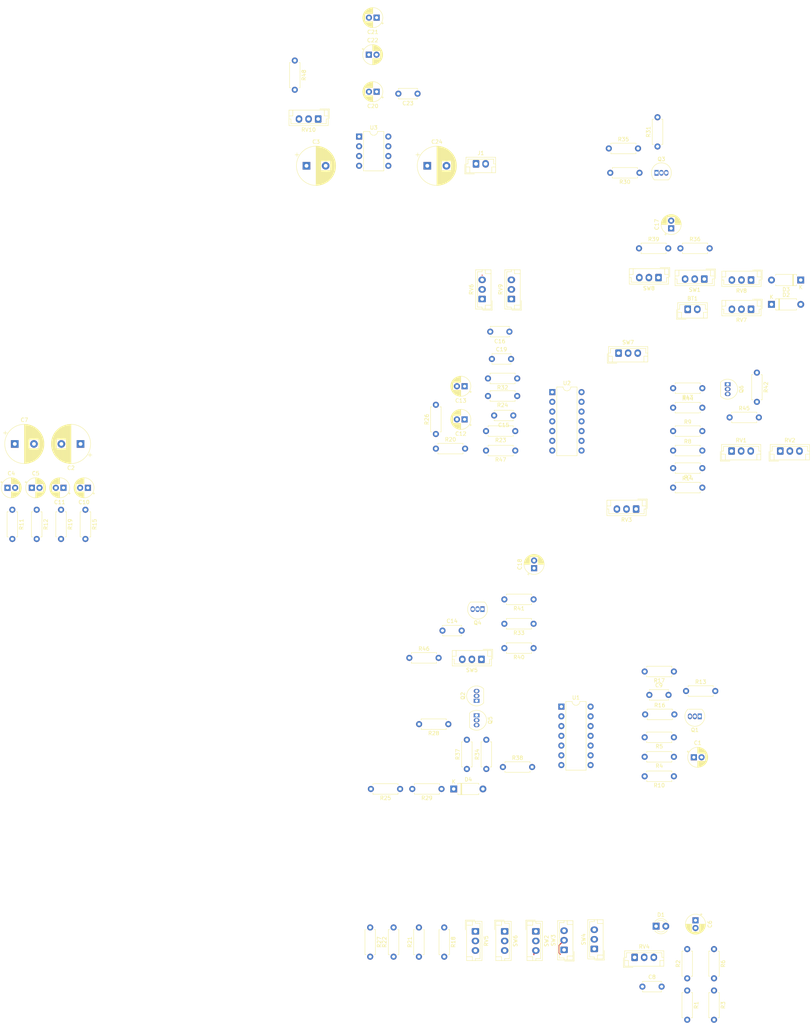
<source format=kicad_pcb>
(kicad_pcb (version 20171130) (host pcbnew "(5.1.10)-1")
  (layers (0 F.Cu signal) (31 B.Cu signal) (34 B.Paste user) (35 F.Paste user) (36 B.SilkS user) (37 F.SilkS user) (38 B.Mask user) (39 F.Mask user) (44 Edge.Cuts user))
  (net 0 "")
  (net 1 BN)
  (net 2 "Net-(BT1-Pad1)")
  (net 3 "Net-(C1-Pad1)")
  (net 4 BP)
  (net 5 "Net-(C3-Pad1)")
  (net 6 VG)
  (net 7 "Net-(C6-Pad1)")
  (net 8 "Net-(C8-Pad2)")
  (net 9 "Net-(C8-Pad1)")
  (net 10 "Net-(C9-Pad1)")
  (net 11 "Net-(C9-Pad2)")
  (net 12 "Net-(C12-Pad2)")
  (net 13 "Net-(C12-Pad1)")
  (net 14 "Net-(C13-Pad1)")
  (net 15 "Net-(C13-Pad2)")
  (net 16 "Net-(C14-Pad1)")
  (net 17 RMP)
  (net 18 "Net-(C15-Pad2)")
  (net 19 "Net-(C15-Pad1)")
  (net 20 A)
  (net 21 "Net-(C16-Pad2)")
  (net 22 "Net-(C17-Pad1)")
  (net 23 "Net-(C18-Pad1)")
  (net 24 "Net-(C19-Pad1)")
  (net 25 "Net-(C21-Pad1)")
  (net 26 "Net-(C22-Pad1)")
  (net 27 "Net-(C22-Pad2)")
  (net 28 "Net-(C23-Pad2)")
  (net 29 "Net-(C23-Pad1)")
  (net 30 "Net-(C24-Pad2)")
  (net 31 "Net-(D1-Pad2)")
  (net 32 "Net-(D2-Pad1)")
  (net 33 "Net-(D2-Pad2)")
  (net 34 "Net-(D3-Pad2)")
  (net 35 "Net-(D4-Pad1)")
  (net 36 "Net-(D4-Pad2)")
  (net 37 "Net-(Q1-Pad1)")
  (net 38 "Net-(Q1-Pad2)")
  (net 39 "Net-(Q3-Pad2)")
  (net 40 "Net-(Q3-Pad1)")
  (net 41 "Net-(Q4-Pad3)")
  (net 42 "Net-(Q5-Pad3)")
  (net 43 AREG)
  (net 44 "Net-(Q6-Pad3)")
  (net 45 "Net-(R1-Pad1)")
  (net 46 "Net-(R4-Pad1)")
  (net 47 "Net-(R7-Pad1)")
  (net 48 "Net-(R14-Pad2)")
  (net 49 "Net-(R8-Pad2)")
  (net 50 "Net-(R9-Pad2)")
  (net 51 "Net-(R18-Pad1)")
  (net 52 "Net-(R21-Pad2)")
  (net 53 "Net-(R21-Pad1)")
  (net 54 "Net-(R30-Pad2)")
  (net 55 "Net-(R33-Pad1)")
  (net 56 "Net-(R34-Pad1)")
  (net 57 "Net-(R36-Pad2)")
  (net 58 "Net-(R40-Pad1)")
  (net 59 "Net-(R43-Pad1)")
  (net 60 "Net-(R43-Pad2)")
  (net 61 SQR)
  (net 62 "Net-(R47-Pad1)")
  (net 63 LFO)
  (net 64 "Net-(RV3-Pad1)")
  (net 65 "Net-(RV5-Pad1)")
  (net 66 "Net-(RV10-Pad2)")
  (module Connector_JST:JST_EH_B3B-EH-A_1x03_P2.50mm_Vertical (layer F.Cu) (at 857.504 266.3698 180)
    (fp_text reference SW1 (at 2.5 -2.8) (layer F.SilkS))
    (fp_text value SW_SPST)
    (pad 1 thru_hole roundrect (at 0 0 180) (size 1.7 1.95) (drill 0.95) (layers *.Cu *.Mask) (roundrect_rratio 0.147059) (net 2 "Net-(BT1-Pad1)"))
    (pad 2 thru_hole oval (at 2.5 0 180) (size 1.7 1.95) (drill 0.95) (layers *.Cu *.Mask) (net 4 BP))
    (pad 3 thru_hole oval (at 5 0 180) (size 1.7 1.95) (drill 0.95) (layers *.Cu *.Mask))
  )
  (module Package_DIP:DIP-14_W7.62mm (layer F.Cu) (at 817.88 295.8338)
    (fp_text reference U2 (at 3.81 -2.33) (layer F.SilkS))
    (fp_text value LM324)
    (pad 1 thru_hole rect (at 0 0) (size 1.6 1.6) (drill 0.8) (layers *.Cu *.Mask) (net 20 A))
    (pad 8 thru_hole oval (at 7.62 15.24) (size 1.6 1.6) (drill 0.8) (layers *.Cu *.Mask) (net 38 "Net-(Q1-Pad2)"))
    (pad 2 thru_hole oval (at 0 2.54) (size 1.6 1.6) (drill 0.8) (layers *.Cu *.Mask) (net 18 "Net-(C15-Pad2)"))
    (pad 9 thru_hole oval (at 7.62 12.7) (size 1.6 1.6) (drill 0.8) (layers *.Cu *.Mask) (net 48 "Net-(R14-Pad2)"))
    (pad 3 thru_hole oval (at 0 5.08) (size 1.6 1.6) (drill 0.8) (layers *.Cu *.Mask) (net 6 VG))
    (pad 10 thru_hole oval (at 7.62 10.16) (size 1.6 1.6) (drill 0.8) (layers *.Cu *.Mask) (net 6 VG))
    (pad 4 thru_hole oval (at 0 7.62) (size 1.6 1.6) (drill 0.8) (layers *.Cu *.Mask) (net 4 BP))
    (pad 11 thru_hole oval (at 7.62 7.62) (size 1.6 1.6) (drill 0.8) (layers *.Cu *.Mask) (net 1 BN))
    (pad 5 thru_hole oval (at 0 10.16) (size 1.6 1.6) (drill 0.8) (layers *.Cu *.Mask) (net 58 "Net-(R40-Pad1)"))
    (pad 12 thru_hole oval (at 7.62 5.08) (size 1.6 1.6) (drill 0.8) (layers *.Cu *.Mask) (net 59 "Net-(R43-Pad1)"))
    (pad 6 thru_hole oval (at 0 12.7) (size 1.6 1.6) (drill 0.8) (layers *.Cu *.Mask) (net 23 "Net-(C18-Pad1)"))
    (pad 13 thru_hole oval (at 7.62 2.54) (size 1.6 1.6) (drill 0.8) (layers *.Cu *.Mask) (net 43 AREG))
    (pad 7 thru_hole oval (at 0 15.24) (size 1.6 1.6) (drill 0.8) (layers *.Cu *.Mask) (net 62 "Net-(R47-Pad1)"))
    (pad 14 thru_hole oval (at 7.62 0) (size 1.6 1.6) (drill 0.8) (layers *.Cu *.Mask) (net 60 "Net-(R43-Pad2)"))
  )
  (module Package_DIP:DIP-14_W7.62mm (layer F.Cu) (at 820.2422 377.7996)
    (fp_text reference U1 (at 3.81 -2.33) (layer F.SilkS))
    (fp_text value LM324)
    (pad 14 thru_hole oval (at 7.62 0) (size 1.6 1.6) (drill 0.8) (layers *.Cu *.Mask) (net 11 "Net-(C9-Pad2)"))
    (pad 7 thru_hole oval (at 0 15.24) (size 1.6 1.6) (drill 0.8) (layers *.Cu *.Mask) (net 36 "Net-(D4-Pad2)"))
    (pad 13 thru_hole oval (at 7.62 2.54) (size 1.6 1.6) (drill 0.8) (layers *.Cu *.Mask) (net 10 "Net-(C9-Pad1)"))
    (pad 6 thru_hole oval (at 0 12.7) (size 1.6 1.6) (drill 0.8) (layers *.Cu *.Mask) (net 56 "Net-(R34-Pad1)"))
    (pad 12 thru_hole oval (at 7.62 5.08) (size 1.6 1.6) (drill 0.8) (layers *.Cu *.Mask) (net 6 VG))
    (pad 5 thru_hole oval (at 0 10.16) (size 1.6 1.6) (drill 0.8) (layers *.Cu *.Mask) (net 55 "Net-(R33-Pad1)"))
    (pad 11 thru_hole oval (at 7.62 7.62) (size 1.6 1.6) (drill 0.8) (layers *.Cu *.Mask) (net 1 BN))
    (pad 4 thru_hole oval (at 0 7.62) (size 1.6 1.6) (drill 0.8) (layers *.Cu *.Mask) (net 4 BP))
    (pad 10 thru_hole oval (at 7.62 10.16) (size 1.6 1.6) (drill 0.8) (layers *.Cu *.Mask) (net 45 "Net-(R1-Pad1)"))
    (pad 3 thru_hole oval (at 0 5.08) (size 1.6 1.6) (drill 0.8) (layers *.Cu *.Mask) (net 6 VG))
    (pad 9 thru_hole oval (at 7.62 12.7) (size 1.6 1.6) (drill 0.8) (layers *.Cu *.Mask) (net 3 "Net-(C1-Pad1)"))
    (pad 2 thru_hole oval (at 0 2.54) (size 1.6 1.6) (drill 0.8) (layers *.Cu *.Mask) (net 16 "Net-(C14-Pad1)"))
    (pad 8 thru_hole oval (at 7.62 15.24) (size 1.6 1.6) (drill 0.8) (layers *.Cu *.Mask) (net 8 "Net-(C8-Pad2)"))
    (pad 1 thru_hole rect (at 0 0) (size 1.6 1.6) (drill 0.8) (layers *.Cu *.Mask) (net 17 RMP))
  )
  (module Connector_JST:JST_EH_B2B-EH-A_1x02_P2.50mm_Vertical (layer F.Cu) (at 853.186 274.2438)
    (fp_text reference BT1 (at 1.25 -2.8) (layer F.SilkS))
    (fp_text value 9V)
    (pad 2 thru_hole oval (at 2.5 0) (size 1.7 2) (drill 1) (layers *.Cu *.Mask) (net 1 BN))
    (pad 1 thru_hole roundrect (at 0 0) (size 1.7 2) (drill 1) (layers *.Cu *.Mask) (roundrect_rratio 0.147059) (net 2 "Net-(BT1-Pad1)"))
  )
  (module Capacitor_THT:CP_Radial_D5.0mm_P2.00mm (layer F.Cu) (at 854.7862 391.0076)
    (fp_text reference C1 (at 1 -3.75) (layer F.SilkS))
    (fp_text value 1uF)
    (pad 2 thru_hole circle (at 2 0) (size 1.6 1.6) (drill 0.8) (layers *.Cu *.Mask) (net 1 BN))
    (pad 1 thru_hole rect (at 0 0) (size 1.6 1.6) (drill 0.8) (layers *.Cu *.Mask) (net 3 "Net-(C1-Pad1)"))
  )
  (module Capacitor_THT:CP_Radial_D10.0mm_P5.00mm (layer F.Cu) (at 694.8932 309.3466 180)
    (fp_text reference C2 (at 2.5 -6.25) (layer F.SilkS))
    (fp_text value 470uF)
    (pad 2 thru_hole circle (at 5 0 180) (size 2 2) (drill 1) (layers *.Cu *.Mask) (net 1 BN))
    (pad 1 thru_hole rect (at 0 0 180) (size 2 2) (drill 1) (layers *.Cu *.Mask) (net 4 BP))
  )
  (module Capacitor_THT:CP_Radial_D10.0mm_P5.00mm (layer F.Cu) (at 753.7958 236.855)
    (fp_text reference C3 (at 2.5 -6.25) (layer F.SilkS))
    (fp_text value 470uF)
    (pad 1 thru_hole rect (at 0 0) (size 2 2) (drill 1) (layers *.Cu *.Mask) (net 5 "Net-(C3-Pad1)"))
    (pad 2 thru_hole circle (at 5 0) (size 2 2) (drill 1) (layers *.Cu *.Mask) (net 1 BN))
  )
  (module Capacitor_THT:CP_Radial_D5.0mm_P2.00mm (layer F.Cu) (at 675.8432 320.7766)
    (fp_text reference C4 (at 1 -3.75) (layer F.SilkS))
    (fp_text value 10uF)
    (pad 1 thru_hole rect (at 0 0) (size 1.6 1.6) (drill 0.8) (layers *.Cu *.Mask) (net 4 BP))
    (pad 2 thru_hole circle (at 2 0) (size 1.6 1.6) (drill 0.8) (layers *.Cu *.Mask) (net 6 VG))
  )
  (module Capacitor_THT:CP_Radial_D5.0mm_P2.00mm (layer F.Cu) (at 682.1932 320.7766)
    (fp_text reference C5 (at 1 -3.75) (layer F.SilkS))
    (fp_text value 10uF)
    (pad 1 thru_hole rect (at 0 0) (size 1.6 1.6) (drill 0.8) (layers *.Cu *.Mask) (net 6 VG))
    (pad 2 thru_hole circle (at 2 0) (size 1.6 1.6) (drill 0.8) (layers *.Cu *.Mask) (net 1 BN))
  )
  (module Capacitor_THT:CP_Radial_D5.0mm_P2.00mm (layer F.Cu) (at 855.218 433.5018 270)
    (fp_text reference C6 (at 1 -3.75 90) (layer F.SilkS))
    (fp_text value 1uF)
    (pad 1 thru_hole rect (at 0 0 270) (size 1.6 1.6) (drill 0.8) (layers *.Cu *.Mask) (net 7 "Net-(C6-Pad1)"))
    (pad 2 thru_hole circle (at 2 0 270) (size 1.6 1.6) (drill 0.8) (layers *.Cu *.Mask) (net 1 BN))
  )
  (module Capacitor_THT:CP_Radial_D10.0mm_P5.00mm (layer F.Cu) (at 677.7482 309.3466)
    (fp_text reference C7 (at 2.5 -6.25) (layer F.SilkS))
    (fp_text value 470uF)
    (pad 1 thru_hole rect (at 0 0) (size 2 2) (drill 1) (layers *.Cu *.Mask) (net 6 VG))
    (pad 2 thru_hole circle (at 5 0) (size 2 2) (drill 1) (layers *.Cu *.Mask) (net 1 BN))
  )
  (module Capacitor_THT:C_Disc_D4.7mm_W2.5mm_P5.00mm (layer F.Cu) (at 841.375 450.7738)
    (fp_text reference C8 (at 2.5 -2.5) (layer F.SilkS))
    (fp_text value 1nF)
    (pad 2 thru_hole circle (at 5 0) (size 1.6 1.6) (drill 0.8) (layers *.Cu *.Mask) (net 8 "Net-(C8-Pad2)"))
    (pad 1 thru_hole circle (at 0 0) (size 1.6 1.6) (drill 0.8) (layers *.Cu *.Mask) (net 9 "Net-(C8-Pad1)"))
  )
  (module Capacitor_THT:C_Disc_D4.7mm_W2.5mm_P5.00mm (layer F.Cu) (at 843.1822 374.7516)
    (fp_text reference C9 (at 2.5 -2.5) (layer F.SilkS))
    (fp_text value 100pF)
    (pad 2 thru_hole circle (at 5 0) (size 1.6 1.6) (drill 0.8) (layers *.Cu *.Mask) (net 11 "Net-(C9-Pad2)"))
    (pad 1 thru_hole circle (at 0 0) (size 1.6 1.6) (drill 0.8) (layers *.Cu *.Mask) (net 10 "Net-(C9-Pad1)"))
  )
  (module Capacitor_THT:CP_Radial_D5.0mm_P2.00mm (layer F.Cu) (at 696.7982 320.7766 180)
    (fp_text reference C10 (at 1 -3.75) (layer F.SilkS))
    (fp_text value 10uF)
    (pad 1 thru_hole rect (at 0 0 180) (size 1.6 1.6) (drill 0.8) (layers *.Cu *.Mask) (net 4 BP))
    (pad 2 thru_hole circle (at 2 0 180) (size 1.6 1.6) (drill 0.8) (layers *.Cu *.Mask) (net 6 VG))
  )
  (module Capacitor_THT:CP_Radial_D5.0mm_P2.00mm (layer F.Cu) (at 690.4482 320.7766 180)
    (fp_text reference C11 (at 1 -3.75) (layer F.SilkS))
    (fp_text value 10uF)
    (pad 2 thru_hole circle (at 2 0 180) (size 1.6 1.6) (drill 0.8) (layers *.Cu *.Mask) (net 1 BN))
    (pad 1 thru_hole rect (at 0 0 180) (size 1.6 1.6) (drill 0.8) (layers *.Cu *.Mask) (net 6 VG))
  )
  (module Capacitor_THT:CP_Radial_D5.0mm_P2.00mm (layer F.Cu) (at 795.02 302.9458 180)
    (fp_text reference C12 (at 1 -3.75) (layer F.SilkS))
    (fp_text value 0.1uF)
    (pad 2 thru_hole circle (at 2 0 180) (size 1.6 1.6) (drill 0.8) (layers *.Cu *.Mask) (net 12 "Net-(C12-Pad2)"))
    (pad 1 thru_hole rect (at 0 0 180) (size 1.6 1.6) (drill 0.8) (layers *.Cu *.Mask) (net 13 "Net-(C12-Pad1)"))
  )
  (module Capacitor_THT:CP_Radial_D5.0mm_P2.00mm (layer F.Cu) (at 795.02 294.3098 180)
    (fp_text reference C13 (at 1 -3.75) (layer F.SilkS))
    (fp_text value 0.1uF)
    (pad 1 thru_hole rect (at 0 0 180) (size 1.6 1.6) (drill 0.8) (layers *.Cu *.Mask) (net 14 "Net-(C13-Pad1)"))
    (pad 2 thru_hole circle (at 2 0 180) (size 1.6 1.6) (drill 0.8) (layers *.Cu *.Mask) (net 15 "Net-(C13-Pad2)"))
  )
  (module Capacitor_THT:C_Disc_D4.7mm_W2.5mm_P5.00mm (layer F.Cu) (at 789.2542 357.9876)
    (fp_text reference C14 (at 2.5 -2.5) (layer F.SilkS))
    (fp_text value .001uF)
    (pad 2 thru_hole circle (at 5 0) (size 1.6 1.6) (drill 0.8) (layers *.Cu *.Mask) (net 17 RMP))
    (pad 1 thru_hole circle (at 0 0) (size 1.6 1.6) (drill 0.8) (layers *.Cu *.Mask) (net 16 "Net-(C14-Pad1)"))
  )
  (module Capacitor_THT:C_Disc_D4.7mm_W2.5mm_P5.00mm (layer F.Cu) (at 807.72 301.9298 180)
    (fp_text reference C15 (at 2.5 -2.5) (layer F.SilkS))
    (fp_text value .001uF)
    (pad 2 thru_hole circle (at 5 0 180) (size 1.6 1.6) (drill 0.8) (layers *.Cu *.Mask) (net 18 "Net-(C15-Pad2)"))
    (pad 1 thru_hole circle (at 0 0 180) (size 1.6 1.6) (drill 0.8) (layers *.Cu *.Mask) (net 19 "Net-(C15-Pad1)"))
  )
  (module Capacitor_THT:C_Disc_D4.7mm_W2.5mm_P5.00mm (layer F.Cu) (at 806.704 280.0858 180)
    (fp_text reference C16 (at 2.5 -2.5) (layer F.SilkS))
    (fp_text value .001uF)
    (pad 1 thru_hole circle (at 0 0 180) (size 1.6 1.6) (drill 0.8) (layers *.Cu *.Mask) (net 20 A))
    (pad 2 thru_hole circle (at 5 0 180) (size 1.6 1.6) (drill 0.8) (layers *.Cu *.Mask) (net 21 "Net-(C16-Pad2)"))
  )
  (module Capacitor_THT:CP_Radial_D5.0mm_P2.00mm (layer F.Cu) (at 848.868 253.1618 90)
    (fp_text reference C17 (at 1 -3.75 90) (layer F.SilkS))
    (fp_text value 4.7uF)
    (pad 2 thru_hole circle (at 2 0 90) (size 1.6 1.6) (drill 0.8) (layers *.Cu *.Mask) (net 1 BN))
    (pad 1 thru_hole rect (at 0 0 90) (size 1.6 1.6) (drill 0.8) (layers *.Cu *.Mask) (net 22 "Net-(C17-Pad1)"))
  )
  (module Capacitor_THT:CP_Radial_D5.0mm_P2.00mm (layer F.Cu) (at 813.1302 341.7316 90)
    (fp_text reference C18 (at 1 -3.75 90) (layer F.SilkS))
    (fp_text value 0.1uF)
    (pad 2 thru_hole circle (at 2 0 90) (size 1.6 1.6) (drill 0.8) (layers *.Cu *.Mask) (net 1 BN))
    (pad 1 thru_hole rect (at 0 0 90) (size 1.6 1.6) (drill 0.8) (layers *.Cu *.Mask) (net 23 "Net-(C18-Pad1)"))
  )
  (module Capacitor_THT:C_Disc_D4.7mm_W2.5mm_P5.00mm (layer F.Cu) (at 802.132 287.1978)
    (fp_text reference C19 (at 2.5 -2.5) (layer F.SilkS))
    (fp_text value 1uF)
    (pad 1 thru_hole circle (at 0 0) (size 1.6 1.6) (drill 0.8) (layers *.Cu *.Mask) (net 24 "Net-(C19-Pad1)"))
    (pad 2 thru_hole circle (at 5 0) (size 1.6 1.6) (drill 0.8) (layers *.Cu *.Mask) (net 20 A))
  )
  (module Capacitor_THT:CP_Radial_D5.0mm_P2.00mm (layer F.Cu) (at 772.0838 217.551 180)
    (fp_text reference C20 (at 1 -3.75) (layer F.SilkS))
    (fp_text value 0.1uF)
    (pad 2 thru_hole circle (at 2 0 180) (size 1.6 1.6) (drill 0.8) (layers *.Cu *.Mask) (net 1 BN))
    (pad 1 thru_hole rect (at 0 0 180) (size 1.6 1.6) (drill 0.8) (layers *.Cu *.Mask) (net 4 BP))
  )
  (module Capacitor_THT:CP_Radial_D5.0mm_P2.00mm (layer F.Cu) (at 772.0838 198.247 180)
    (fp_text reference C21 (at 1 -3.75) (layer F.SilkS))
    (fp_text value 10uF)
    (pad 2 thru_hole circle (at 2 0 180) (size 1.6 1.6) (drill 0.8) (layers *.Cu *.Mask) (net 1 BN))
    (pad 1 thru_hole rect (at 0 0 180) (size 1.6 1.6) (drill 0.8) (layers *.Cu *.Mask) (net 25 "Net-(C21-Pad1)"))
  )
  (module Capacitor_THT:CP_Radial_D5.0mm_P2.00mm (layer F.Cu) (at 770.0518 207.899)
    (fp_text reference C22 (at 1 -3.75) (layer F.SilkS))
    (fp_text value 10uF)
    (pad 1 thru_hole rect (at 0 0) (size 1.6 1.6) (drill 0.8) (layers *.Cu *.Mask) (net 26 "Net-(C22-Pad1)"))
    (pad 2 thru_hole circle (at 2 0) (size 1.6 1.6) (drill 0.8) (layers *.Cu *.Mask) (net 27 "Net-(C22-Pad2)"))
  )
  (module Capacitor_THT:C_Disc_D4.7mm_W2.5mm_P5.00mm (layer F.Cu) (at 782.7518 218.059 180)
    (fp_text reference C23 (at 2.5 -2.5) (layer F.SilkS))
    (fp_text value .047uF)
    (pad 2 thru_hole circle (at 5 0 180) (size 1.6 1.6) (drill 0.8) (layers *.Cu *.Mask) (net 28 "Net-(C23-Pad2)"))
    (pad 1 thru_hole circle (at 0 0 180) (size 1.6 1.6) (drill 0.8) (layers *.Cu *.Mask) (net 29 "Net-(C23-Pad1)"))
  )
  (module Capacitor_THT:CP_Radial_D10.0mm_P5.00mm (layer F.Cu) (at 785.2918 236.855)
    (fp_text reference C24 (at 2.5 -6.25) (layer F.SilkS))
    (fp_text value 220uF)
    (pad 2 thru_hole circle (at 5 0) (size 2 2) (drill 1) (layers *.Cu *.Mask) (net 30 "Net-(C24-Pad2)"))
    (pad 1 thru_hole rect (at 0 0) (size 2 2) (drill 1) (layers *.Cu *.Mask) (net 29 "Net-(C23-Pad1)"))
  )
  (module LED_THT:LED_D3.0mm (layer F.Cu) (at 844.931 435.0258)
    (fp_text reference D1 (at 1.27 -2.96) (layer F.SilkS))
    (fp_text value LED)
    (pad 1 thru_hole rect (at 0 0) (size 1.8 1.8) (drill 0.9) (layers *.Cu *.Mask) (net 8 "Net-(C8-Pad2)"))
    (pad 2 thru_hole circle (at 2.54 0) (size 1.8 1.8) (drill 0.9) (layers *.Cu *.Mask) (net 31 "Net-(D1-Pad2)"))
  )
  (module Diode_THT:D_A-405_P7.62mm_Horizontal (layer F.Cu) (at 875.03 272.9738)
    (fp_text reference D2 (at 3.81 -2.47) (layer F.SilkS))
    (fp_text value D)
    (fp_text user K (at 0 -1.9) (layer F.SilkS))
    (pad 1 thru_hole rect (at 0 0) (size 1.8 1.8) (drill 0.9) (layers *.Cu *.Mask) (net 32 "Net-(D2-Pad1)"))
    (pad 2 thru_hole oval (at 7.62 0) (size 1.8 1.8) (drill 0.9) (layers *.Cu *.Mask) (net 33 "Net-(D2-Pad2)"))
  )
  (module Diode_THT:D_A-405_P7.62mm_Horizontal (layer F.Cu) (at 882.65 266.6238 180)
    (fp_text reference D3 (at 3.81 -2.47) (layer F.SilkS))
    (fp_text value D)
    (fp_text user K (at 0 -1.9) (layer F.SilkS))
    (pad 2 thru_hole oval (at 7.62 0 180) (size 1.8 1.8) (drill 0.9) (layers *.Cu *.Mask) (net 34 "Net-(D3-Pad2)"))
    (pad 1 thru_hole rect (at 0 0 180) (size 1.8 1.8) (drill 0.9) (layers *.Cu *.Mask) (net 33 "Net-(D2-Pad2)"))
  )
  (module Diode_THT:D_A-405_P7.62mm_Horizontal (layer F.Cu) (at 792.1752 399.2626)
    (fp_text reference D4 (at 3.81 -2.47) (layer F.SilkS))
    (fp_text value D)
    (fp_text user K (at 0 -1.9) (layer F.SilkS))
    (pad 2 thru_hole oval (at 7.62 0) (size 1.8 1.8) (drill 0.9) (layers *.Cu *.Mask) (net 36 "Net-(D4-Pad2)"))
    (pad 1 thru_hole rect (at 0 0) (size 1.8 1.8) (drill 0.9) (layers *.Cu *.Mask) (net 35 "Net-(D4-Pad1)"))
  )
  (module Connector_JST:JST_EH_B2B-EH-A_1x02_P2.50mm_Vertical (layer F.Cu) (at 797.9918 236.347)
    (fp_text reference J1 (at 1.25 -2.8) (layer F.SilkS))
    (fp_text value SPKR)
    (pad 1 thru_hole roundrect (at 0 0) (size 1.7 2) (drill 1) (layers *.Cu *.Mask) (roundrect_rratio 0.147059) (net 30 "Net-(C24-Pad2)"))
    (pad 2 thru_hole oval (at 2.5 0) (size 1.7 2) (drill 1) (layers *.Cu *.Mask) (net 1 BN))
  )
  (module Package_TO_SOT_THT:TO-92_Inline (layer F.Cu) (at 856.3102 380.3396 180)
    (fp_text reference Q1 (at 1.27 -3.56) (layer F.SilkS))
    (fp_text value 2N3904)
    (pad 2 thru_hole oval (at 1.27 0 180) (size 1.05 1.5) (drill 0.75) (layers *.Cu *.Mask) (net 38 "Net-(Q1-Pad2)"))
    (pad 3 thru_hole oval (at 2.54 0 180) (size 1.05 1.5) (drill 0.75) (layers *.Cu *.Mask) (net 10 "Net-(C9-Pad1)"))
    (pad 1 thru_hole rect (at 0 0 180) (size 1.05 1.5) (drill 0.75) (layers *.Cu *.Mask) (net 37 "Net-(Q1-Pad1)"))
  )
  (module Package_TO_SOT_THT:TO-92_Inline (layer F.Cu) (at 798.1442 376.2756 90)
    (fp_text reference Q2 (at 1.27 -3.56 90) (layer F.SilkS))
    (fp_text value 2N3904)
    (pad 1 thru_hole rect (at 0 0 90) (size 1.05 1.5) (drill 0.75) (layers *.Cu *.Mask) (net 37 "Net-(Q1-Pad1)"))
    (pad 3 thru_hole oval (at 2.54 0 90) (size 1.05 1.5) (drill 0.75) (layers *.Cu *.Mask) (net 16 "Net-(C14-Pad1)"))
    (pad 2 thru_hole oval (at 1.27 0 90) (size 1.05 1.5) (drill 0.75) (layers *.Cu *.Mask) (net 6 VG))
  )
  (module Package_TO_SOT_THT:TO-92_Inline (layer F.Cu) (at 845.058 238.6838)
    (fp_text reference Q3 (at 1.27 -3.56) (layer F.SilkS))
    (fp_text value 2N3906)
    (pad 2 thru_hole oval (at 1.27 0) (size 1.05 1.5) (drill 0.75) (layers *.Cu *.Mask) (net 39 "Net-(Q3-Pad2)"))
    (pad 3 thru_hole oval (at 2.54 0) (size 1.05 1.5) (drill 0.75) (layers *.Cu *.Mask) (net 1 BN))
    (pad 1 thru_hole rect (at 0 0) (size 1.05 1.5) (drill 0.75) (layers *.Cu *.Mask) (net 40 "Net-(Q3-Pad1)"))
  )
  (module Package_TO_SOT_THT:TO-92_Inline (layer F.Cu) (at 799.6682 352.3996 180)
    (fp_text reference Q4 (at 1.27 -3.56) (layer F.SilkS))
    (fp_text value 2N5457)
    (pad 2 thru_hole oval (at 1.27 0 180) (size 1.05 1.5) (drill 0.75) (layers *.Cu *.Mask) (net 16 "Net-(C14-Pad1)"))
    (pad 3 thru_hole oval (at 2.54 0 180) (size 1.05 1.5) (drill 0.75) (layers *.Cu *.Mask) (net 41 "Net-(Q4-Pad3)"))
    (pad 1 thru_hole rect (at 0 0 180) (size 1.05 1.5) (drill 0.75) (layers *.Cu *.Mask) (net 17 RMP))
  )
  (module Package_TO_SOT_THT:TO-92_Inline (layer F.Cu) (at 798.1442 380.0856 270)
    (fp_text reference Q5 (at 1.27 -3.56 90) (layer F.SilkS))
    (fp_text value 2N5457)
    (pad 1 thru_hole rect (at 0 0 270) (size 1.05 1.5) (drill 0.75) (layers *.Cu *.Mask) (net 19 "Net-(C15-Pad1)"))
    (pad 3 thru_hole oval (at 2.54 0 270) (size 1.05 1.5) (drill 0.75) (layers *.Cu *.Mask) (net 42 "Net-(Q5-Pad3)"))
    (pad 2 thru_hole oval (at 1.27 0 270) (size 1.05 1.5) (drill 0.75) (layers *.Cu *.Mask) (net 6 VG))
  )
  (module Package_TO_SOT_THT:TO-92_Inline (layer F.Cu) (at 863.6 293.8018 270)
    (fp_text reference Q6 (at 1.27 -3.56 90) (layer F.SilkS))
    (fp_text value 2N5457)
    (pad 2 thru_hole oval (at 1.27 0 270) (size 1.05 1.5) (drill 0.75) (layers *.Cu *.Mask) (net 43 AREG))
    (pad 3 thru_hole oval (at 2.54 0 270) (size 1.05 1.5) (drill 0.75) (layers *.Cu *.Mask) (net 44 "Net-(Q6-Pad3)"))
    (pad 1 thru_hole rect (at 0 0 270) (size 1.05 1.5) (drill 0.75) (layers *.Cu *.Mask) (net 4 BP))
  )
  (module Resistor_THT:R_Axial_DIN0207_L6.3mm_D2.5mm_P7.62mm_Horizontal (layer F.Cu) (at 853.059 451.7898 270)
    (fp_text reference R1 (at 3.81 -2.37 90) (layer F.SilkS))
    (fp_text value 100k)
    (pad 2 thru_hole oval (at 7.62 0 270) (size 1.6 1.6) (drill 0.8) (layers *.Cu *.Mask) (net 4 BP))
    (pad 1 thru_hole circle (at 0 0 270) (size 1.6 1.6) (drill 0.8) (layers *.Cu *.Mask) (net 45 "Net-(R1-Pad1)"))
  )
  (module Resistor_THT:R_Axial_DIN0207_L6.3mm_D2.5mm_P7.62mm_Horizontal (layer F.Cu) (at 853.059 448.6148 90)
    (fp_text reference R2 (at 3.81 -2.37 90) (layer F.SilkS))
    (fp_text value 100k)
    (pad 1 thru_hole circle (at 0 0 90) (size 1.6 1.6) (drill 0.8) (layers *.Cu *.Mask) (net 45 "Net-(R1-Pad1)"))
    (pad 2 thru_hole oval (at 7.62 0 90) (size 1.6 1.6) (drill 0.8) (layers *.Cu *.Mask) (net 1 BN))
  )
  (module Resistor_THT:R_Axial_DIN0207_L6.3mm_D2.5mm_P7.62mm_Horizontal (layer F.Cu) (at 860.044 451.7898 270)
    (fp_text reference R3 (at 3.81 -2.37 90) (layer F.SilkS))
    (fp_text value 3k)
    (pad 1 thru_hole circle (at 0 0 270) (size 1.6 1.6) (drill 0.8) (layers *.Cu *.Mask) (net 5 "Net-(C3-Pad1)"))
    (pad 2 thru_hole oval (at 7.62 0 270) (size 1.6 1.6) (drill 0.8) (layers *.Cu *.Mask) (net 4 BP))
  )
  (module Resistor_THT:R_Axial_DIN0207_L6.3mm_D2.5mm_P7.62mm_Horizontal (layer F.Cu) (at 849.5792 390.8806 180)
    (fp_text reference R4 (at 3.81 -2.37) (layer F.SilkS))
    (fp_text value 3k)
    (pad 2 thru_hole oval (at 7.62 0 180) (size 1.6 1.6) (drill 0.8) (layers *.Cu *.Mask) (net 3 "Net-(C1-Pad1)"))
    (pad 1 thru_hole circle (at 0 0 180) (size 1.6 1.6) (drill 0.8) (layers *.Cu *.Mask) (net 46 "Net-(R4-Pad1)"))
  )
  (module Resistor_THT:R_Axial_DIN0207_L6.3mm_D2.5mm_P7.62mm_Horizontal (layer F.Cu) (at 849.5792 385.8006 180)
    (fp_text reference R5 (at 3.81 -2.37) (layer F.SilkS))
    (fp_text value 100k)
    (pad 2 thru_hole oval (at 7.62 0 180) (size 1.6 1.6) (drill 0.8) (layers *.Cu *.Mask) (net 45 "Net-(R1-Pad1)"))
    (pad 1 thru_hole circle (at 0 0 180) (size 1.6 1.6) (drill 0.8) (layers *.Cu *.Mask) (net 8 "Net-(C8-Pad2)"))
  )
  (module Resistor_THT:R_Axial_DIN0207_L6.3mm_D2.5mm_P7.62mm_Horizontal (layer F.Cu) (at 860.044 440.9948 270)
    (fp_text reference R6 (at 3.81 -2.37 90) (layer F.SilkS))
    (fp_text value 3k)
    (pad 1 thru_hole circle (at 0 0 270) (size 1.6 1.6) (drill 0.8) (layers *.Cu *.Mask) (net 31 "Net-(D1-Pad2)"))
    (pad 2 thru_hole oval (at 7.62 0 270) (size 1.6 1.6) (drill 0.8) (layers *.Cu *.Mask) (net 5 "Net-(C3-Pad1)"))
  )
  (module Resistor_THT:R_Axial_DIN0207_L6.3mm_D2.5mm_P7.62mm_Horizontal (layer F.Cu) (at 856.996 315.6458 180)
    (fp_text reference R7 (at 3.81 -2.37) (layer F.SilkS))
    (fp_text value 47k)
    (pad 2 thru_hole oval (at 7.62 0 180) (size 1.6 1.6) (drill 0.8) (layers *.Cu *.Mask) (net 48 "Net-(R14-Pad2)"))
    (pad 1 thru_hole circle (at 0 0 180) (size 1.6 1.6) (drill 0.8) (layers *.Cu *.Mask) (net 47 "Net-(R7-Pad1)"))
  )
  (module Resistor_THT:R_Axial_DIN0207_L6.3mm_D2.5mm_P7.62mm_Horizontal (layer F.Cu) (at 849.376 311.0738)
    (fp_text reference R8 (at 3.81 -2.37) (layer F.SilkS))
    (fp_text value 100k)
    (pad 1 thru_hole circle (at 0 0) (size 1.6 1.6) (drill 0.8) (layers *.Cu *.Mask) (net 48 "Net-(R14-Pad2)"))
    (pad 2 thru_hole oval (at 7.62 0) (size 1.6 1.6) (drill 0.8) (layers *.Cu *.Mask) (net 49 "Net-(R8-Pad2)"))
  )
  (module Resistor_THT:R_Axial_DIN0207_L6.3mm_D2.5mm_P7.62mm_Horizontal (layer F.Cu) (at 849.376 305.9938)
    (fp_text reference R9 (at 3.81 -2.37) (layer F.SilkS))
    (fp_text value 36k)
    (pad 2 thru_hole oval (at 7.62 0) (size 1.6 1.6) (drill 0.8) (layers *.Cu *.Mask) (net 50 "Net-(R9-Pad2)"))
    (pad 1 thru_hole circle (at 0 0) (size 1.6 1.6) (drill 0.8) (layers *.Cu *.Mask) (net 48 "Net-(R14-Pad2)"))
  )
  (module Resistor_THT:R_Axial_DIN0207_L6.3mm_D2.5mm_P7.62mm_Horizontal (layer F.Cu) (at 849.5792 395.9606 180)
    (fp_text reference R10 (at 3.81 -2.37) (layer F.SilkS))
    (fp_text value 20k)
    (pad 2 thru_hole oval (at 7.62 0 180) (size 1.6 1.6) (drill 0.8) (layers *.Cu *.Mask) (net 8 "Net-(C8-Pad2)"))
    (pad 1 thru_hole circle (at 0 0 180) (size 1.6 1.6) (drill 0.8) (layers *.Cu *.Mask) (net 7 "Net-(C6-Pad1)"))
  )
  (module Resistor_THT:R_Axial_DIN0207_L6.3mm_D2.5mm_P7.62mm_Horizontal (layer F.Cu) (at 677.1132 326.4916 270)
    (fp_text reference R11 (at 3.81 -2.37 90) (layer F.SilkS))
    (fp_text value 4.7k)
    (pad 1 thru_hole circle (at 0 0 270) (size 1.6 1.6) (drill 0.8) (layers *.Cu *.Mask) (net 4 BP))
    (pad 2 thru_hole oval (at 7.62 0 270) (size 1.6 1.6) (drill 0.8) (layers *.Cu *.Mask) (net 6 VG))
  )
  (module Resistor_THT:R_Axial_DIN0207_L6.3mm_D2.5mm_P7.62mm_Horizontal (layer F.Cu) (at 683.4632 326.4916 270)
    (fp_text reference R12 (at 3.81 -2.37 90) (layer F.SilkS))
    (fp_text value 4.7k)
    (pad 1 thru_hole circle (at 0 0 270) (size 1.6 1.6) (drill 0.8) (layers *.Cu *.Mask) (net 1 BN))
    (pad 2 thru_hole oval (at 7.62 0 270) (size 1.6 1.6) (drill 0.8) (layers *.Cu *.Mask) (net 6 VG))
  )
  (module Resistor_THT:R_Axial_DIN0207_L6.3mm_D2.5mm_P7.62mm_Horizontal (layer F.Cu) (at 852.7542 373.7356)
    (fp_text reference R13 (at 3.81 -2.37) (layer F.SilkS))
    (fp_text value 270k)
    (pad 1 thru_hole circle (at 0 0) (size 1.6 1.6) (drill 0.8) (layers *.Cu *.Mask) (net 38 "Net-(Q1-Pad2)"))
    (pad 2 thru_hole oval (at 7.62 0) (size 1.6 1.6) (drill 0.8) (layers *.Cu *.Mask) (net 4 BP))
  )
  (module Resistor_THT:R_Axial_DIN0207_L6.3mm_D2.5mm_P7.62mm_Horizontal (layer F.Cu) (at 849.376 320.7258)
    (fp_text reference R14 (at 3.81 -2.37) (layer F.SilkS))
    (fp_text value 2k)
    (pad 2 thru_hole oval (at 7.62 0) (size 1.6 1.6) (drill 0.8) (layers *.Cu *.Mask) (net 48 "Net-(R14-Pad2)"))
    (pad 1 thru_hole circle (at 0 0) (size 1.6 1.6) (drill 0.8) (layers *.Cu *.Mask) (net 38 "Net-(Q1-Pad2)"))
  )
  (module Resistor_THT:R_Axial_DIN0207_L6.3mm_D2.5mm_P7.62mm_Horizontal (layer F.Cu) (at 696.1632 326.4916 270)
    (fp_text reference R15 (at 3.81 -2.37 90) (layer F.SilkS))
    (fp_text value 4.7k)
    (pad 1 thru_hole circle (at 0 0 270) (size 1.6 1.6) (drill 0.8) (layers *.Cu *.Mask) (net 4 BP))
    (pad 2 thru_hole oval (at 7.62 0 270) (size 1.6 1.6) (drill 0.8) (layers *.Cu *.Mask) (net 6 VG))
  )
  (module Resistor_THT:R_Axial_DIN0207_L6.3mm_D2.5mm_P7.62mm_Horizontal (layer F.Cu) (at 842.0862 379.8316)
    (fp_text reference R16 (at 3.81 -2.37) (layer F.SilkS))
    (fp_text value 2M)
    (pad 2 thru_hole oval (at 7.62 0) (size 1.6 1.6) (drill 0.8) (layers *.Cu *.Mask) (net 4 BP))
    (pad 1 thru_hole circle (at 0 0) (size 1.6 1.6) (drill 0.8) (layers *.Cu *.Mask) (net 10 "Net-(C9-Pad1)"))
  )
  (module Resistor_THT:R_Axial_DIN0207_L6.3mm_D2.5mm_P7.62mm_Horizontal (layer F.Cu) (at 849.5792 368.6556 180)
    (fp_text reference R17 (at 3.81 -2.37) (layer F.SilkS))
    (fp_text value 10k)
    (pad 1 thru_hole circle (at 0 0 180) (size 1.6 1.6) (drill 0.8) (layers *.Cu *.Mask) (net 37 "Net-(Q1-Pad1)"))
    (pad 2 thru_hole oval (at 7.62 0 180) (size 1.6 1.6) (drill 0.8) (layers *.Cu *.Mask) (net 11 "Net-(C9-Pad2)"))
  )
  (module Resistor_THT:R_Axial_DIN0207_L6.3mm_D2.5mm_P7.62mm_Horizontal (layer F.Cu) (at 789.7114 435.356 270)
    (fp_text reference R18 (at 3.81 -2.37 90) (layer F.SilkS))
    (fp_text value 27k)
    (pad 2 thru_hole oval (at 7.62 0 270) (size 1.6 1.6) (drill 0.8) (layers *.Cu *.Mask) (net 1 BN))
    (pad 1 thru_hole circle (at 0 0 270) (size 1.6 1.6) (drill 0.8) (layers *.Cu *.Mask) (net 51 "Net-(R18-Pad1)"))
  )
  (module Resistor_THT:R_Axial_DIN0207_L6.3mm_D2.5mm_P7.62mm_Horizontal (layer F.Cu) (at 689.8132 326.4916 270)
    (fp_text reference R19 (at 3.81 -2.37 90) (layer F.SilkS))
    (fp_text value 4.7k)
    (pad 2 thru_hole oval (at 7.62 0 270) (size 1.6 1.6) (drill 0.8) (layers *.Cu *.Mask) (net 6 VG))
    (pad 1 thru_hole circle (at 0 0 270) (size 1.6 1.6) (drill 0.8) (layers *.Cu *.Mask) (net 1 BN))
  )
  (module Resistor_THT:R_Axial_DIN0207_L6.3mm_D2.5mm_P7.62mm_Horizontal (layer F.Cu) (at 787.527 310.5658)
    (fp_text reference R20 (at 3.81 -2.37) (layer F.SilkS))
    (fp_text value 47k)
    (pad 1 thru_hole circle (at 0 0) (size 1.6 1.6) (drill 0.8) (layers *.Cu *.Mask) (net 6 VG))
    (pad 2 thru_hole oval (at 7.62 0) (size 1.6 1.6) (drill 0.8) (layers *.Cu *.Mask) (net 15 "Net-(C13-Pad2)"))
  )
  (module Resistor_THT:R_Axial_DIN0207_L6.3mm_D2.5mm_P7.62mm_Horizontal (layer F.Cu) (at 783.1074 442.976 90)
    (fp_text reference R21 (at 3.81 -2.37 90) (layer F.SilkS))
    (fp_text value 39k)
    (pad 2 thru_hole oval (at 7.62 0 90) (size 1.6 1.6) (drill 0.8) (layers *.Cu *.Mask) (net 52 "Net-(R21-Pad2)"))
    (pad 1 thru_hole circle (at 0 0 90) (size 1.6 1.6) (drill 0.8) (layers *.Cu *.Mask) (net 53 "Net-(R21-Pad1)"))
  )
  (module Resistor_THT:R_Axial_DIN0207_L6.3mm_D2.5mm_P7.62mm_Horizontal (layer F.Cu) (at 776.5034 442.976 90)
    (fp_text reference R22 (at 3.81 -2.37 90) (layer F.SilkS))
    (fp_text value 100k)
    (pad 2 thru_hole oval (at 7.62 0 90) (size 1.6 1.6) (drill 0.8) (layers *.Cu *.Mask) (net 4 BP))
    (pad 1 thru_hole circle (at 0 0 90) (size 1.6 1.6) (drill 0.8) (layers *.Cu *.Mask) (net 53 "Net-(R21-Pad1)"))
  )
  (module Resistor_THT:R_Axial_DIN0207_L6.3mm_D2.5mm_P7.62mm_Horizontal (layer F.Cu) (at 808.228 305.9938 180)
    (fp_text reference R23 (at 3.81 -2.37) (layer F.SilkS))
    (fp_text value 4.7M)
    (pad 1 thru_hole circle (at 0 0 180) (size 1.6 1.6) (drill 0.8) (layers *.Cu *.Mask) (net 18 "Net-(C15-Pad2)"))
    (pad 2 thru_hole oval (at 7.62 0 180) (size 1.6 1.6) (drill 0.8) (layers *.Cu *.Mask) (net 13 "Net-(C12-Pad1)"))
  )
  (module Resistor_THT:R_Axial_DIN0207_L6.3mm_D2.5mm_P7.62mm_Horizontal (layer F.Cu) (at 808.736 296.8498 180)
    (fp_text reference R24 (at 3.81 -2.37) (layer F.SilkS))
    (fp_text value 3M)
    (pad 2 thru_hole oval (at 7.62 0 180) (size 1.6 1.6) (drill 0.8) (layers *.Cu *.Mask) (net 14 "Net-(C13-Pad1)"))
    (pad 1 thru_hole circle (at 0 0 180) (size 1.6 1.6) (drill 0.8) (layers *.Cu *.Mask) (net 18 "Net-(C15-Pad2)"))
  )
  (module Resistor_THT:R_Axial_DIN0207_L6.3mm_D2.5mm_P7.62mm_Horizontal (layer F.Cu) (at 778.2052 399.2626 180)
    (fp_text reference R25 (at 3.81 -2.37) (layer F.SilkS))
    (fp_text value 2M)
    (pad 1 thru_hole circle (at 0 0 180) (size 1.6 1.6) (drill 0.8) (layers *.Cu *.Mask) (net 41 "Net-(Q4-Pad3)"))
    (pad 2 thru_hole oval (at 7.62 0 180) (size 1.6 1.6) (drill 0.8) (layers *.Cu *.Mask) (net 1 BN))
  )
  (module Resistor_THT:R_Axial_DIN0207_L6.3mm_D2.5mm_P7.62mm_Horizontal (layer F.Cu) (at 787.527 306.7558 90)
    (fp_text reference R26 (at 3.81 -2.37 90) (layer F.SilkS))
    (fp_text value 47k)
    (pad 2 thru_hole oval (at 7.62 0 90) (size 1.6 1.6) (drill 0.8) (layers *.Cu *.Mask) (net 12 "Net-(C12-Pad2)"))
    (pad 1 thru_hole circle (at 0 0 90) (size 1.6 1.6) (drill 0.8) (layers *.Cu *.Mask) (net 6 VG))
  )
  (module Resistor_THT:R_Axial_DIN0207_L6.3mm_D2.5mm_P7.62mm_Horizontal (layer F.Cu) (at 770.4074 435.356 270)
    (fp_text reference R27 (at 3.81 -2.37 90) (layer F.SilkS))
    (fp_text value 39k)
    (pad 1 thru_hole circle (at 0 0 270) (size 1.6 1.6) (drill 0.8) (layers *.Cu *.Mask) (net 42 "Net-(Q5-Pad3)"))
    (pad 2 thru_hole oval (at 7.62 0 270) (size 1.6 1.6) (drill 0.8) (layers *.Cu *.Mask) (net 53 "Net-(R21-Pad1)"))
  )
  (module Resistor_THT:R_Axial_DIN0207_L6.3mm_D2.5mm_P7.62mm_Horizontal (layer F.Cu) (at 790.7782 382.3716 180)
    (fp_text reference R28 (at 3.81 -2.37) (layer F.SilkS))
    (fp_text value 100k)
    (pad 2 thru_hole oval (at 7.62 0 180) (size 1.6 1.6) (drill 0.8) (layers *.Cu *.Mask) (net 1 BN))
    (pad 1 thru_hole circle (at 0 0 180) (size 1.6 1.6) (drill 0.8) (layers *.Cu *.Mask) (net 42 "Net-(Q5-Pad3)"))
  )
  (module Resistor_THT:R_Axial_DIN0207_L6.3mm_D2.5mm_P7.62mm_Horizontal (layer F.Cu) (at 789.0002 399.2626 180)
    (fp_text reference R29 (at 3.81 -2.37) (layer F.SilkS))
    (fp_text value 10k)
    (pad 2 thru_hole oval (at 7.62 0 180) (size 1.6 1.6) (drill 0.8) (layers *.Cu *.Mask) (net 41 "Net-(Q4-Pad3)"))
    (pad 1 thru_hole circle (at 0 0 180) (size 1.6 1.6) (drill 0.8) (layers *.Cu *.Mask) (net 35 "Net-(D4-Pad1)"))
  )
  (module Resistor_THT:R_Axial_DIN0207_L6.3mm_D2.5mm_P7.62mm_Horizontal (layer F.Cu) (at 840.613 238.6838 180)
    (fp_text reference R30 (at 3.81 -2.37) (layer F.SilkS))
    (fp_text value 200)
    (pad 1 thru_hole circle (at 0 0 180) (size 1.6 1.6) (drill 0.8) (layers *.Cu *.Mask) (net 40 "Net-(Q3-Pad1)"))
    (pad 2 thru_hole oval (at 7.62 0 180) (size 1.6 1.6) (drill 0.8) (layers *.Cu *.Mask) (net 54 "Net-(R30-Pad2)"))
  )
  (module Resistor_THT:R_Axial_DIN0207_L6.3mm_D2.5mm_P7.62mm_Horizontal (layer F.Cu) (at 845.312 231.8258 90)
    (fp_text reference R31 (at 3.81 -2.37 90) (layer F.SilkS))
    (fp_text value 10k)
    (pad 2 thru_hole oval (at 7.62 0 90) (size 1.6 1.6) (drill 0.8) (layers *.Cu *.Mask) (net 54 "Net-(R30-Pad2)"))
    (pad 1 thru_hole circle (at 0 0 90) (size 1.6 1.6) (drill 0.8) (layers *.Cu *.Mask) (net 39 "Net-(Q3-Pad2)"))
  )
  (module Resistor_THT:R_Axial_DIN0207_L6.3mm_D2.5mm_P7.62mm_Horizontal (layer F.Cu) (at 808.736 292.2778 180)
    (fp_text reference R32 (at 3.81 -2.37) (layer F.SilkS))
    (fp_text value 4.7M)
    (pad 2 thru_hole oval (at 7.62 0 180) (size 1.6 1.6) (drill 0.8) (layers *.Cu *.Mask) (net 18 "Net-(C15-Pad2)"))
    (pad 1 thru_hole circle (at 0 0 180) (size 1.6 1.6) (drill 0.8) (layers *.Cu *.Mask) (net 20 A))
  )
  (module Resistor_THT:R_Axial_DIN0207_L6.3mm_D2.5mm_P7.62mm_Horizontal (layer F.Cu) (at 813.0032 356.2096 180)
    (fp_text reference R33 (at 3.81 -2.37) (layer F.SilkS))
    (fp_text value 10k)
    (pad 1 thru_hole circle (at 0 0 180) (size 1.6 1.6) (drill 0.8) (layers *.Cu *.Mask) (net 55 "Net-(R33-Pad1)"))
    (pad 2 thru_hole oval (at 7.62 0 180) (size 1.6 1.6) (drill 0.8) (layers *.Cu *.Mask) (net 17 RMP))
  )
  (module Resistor_THT:R_Axial_DIN0207_L6.3mm_D2.5mm_P7.62mm_Horizontal (layer F.Cu) (at 800.6842 394.0556 90)
    (fp_text reference R34 (at 3.81 -2.37 90) (layer F.SilkS))
    (fp_text value 47k)
    (pad 1 thru_hole circle (at 0 0 90) (size 1.6 1.6) (drill 0.8) (layers *.Cu *.Mask) (net 56 "Net-(R34-Pad1)"))
    (pad 2 thru_hole oval (at 7.62 0 90) (size 1.6 1.6) (drill 0.8) (layers *.Cu *.Mask) (net 4 BP))
  )
  (module Resistor_THT:R_Axial_DIN0207_L6.3mm_D2.5mm_P7.62mm_Horizontal (layer F.Cu) (at 832.612 232.3338)
    (fp_text reference R35 (at 3.81 -2.37) (layer F.SilkS))
    (fp_text value 10k)
    (pad 1 thru_hole circle (at 0 0) (size 1.6 1.6) (drill 0.8) (layers *.Cu *.Mask) (net 54 "Net-(R30-Pad2)"))
    (pad 2 thru_hole oval (at 7.62 0) (size 1.6 1.6) (drill 0.8) (layers *.Cu *.Mask) (net 1 BN))
  )
  (module Resistor_THT:R_Axial_DIN0207_L6.3mm_D2.5mm_P7.62mm_Horizontal (layer F.Cu) (at 851.281 258.3688)
    (fp_text reference R36 (at 3.81 -2.37) (layer F.SilkS))
    (fp_text value 820)
    (pad 1 thru_hole circle (at 0 0) (size 1.6 1.6) (drill 0.8) (layers *.Cu *.Mask) (net 22 "Net-(C17-Pad1)"))
    (pad 2 thru_hole oval (at 7.62 0) (size 1.6 1.6) (drill 0.8) (layers *.Cu *.Mask) (net 57 "Net-(R36-Pad2)"))
  )
  (module Resistor_THT:R_Axial_DIN0207_L6.3mm_D2.5mm_P7.62mm_Horizontal (layer F.Cu) (at 795.6042 394.0556 90)
    (fp_text reference R37 (at 3.81 -2.37 90) (layer F.SilkS))
    (fp_text value 300k)
    (pad 2 thru_hole oval (at 7.62 0 90) (size 1.6 1.6) (drill 0.8) (layers *.Cu *.Mask) (net 55 "Net-(R33-Pad1)"))
    (pad 1 thru_hole circle (at 0 0 90) (size 1.6 1.6) (drill 0.8) (layers *.Cu *.Mask) (net 36 "Net-(D4-Pad2)"))
  )
  (module Resistor_THT:R_Axial_DIN0207_L6.3mm_D2.5mm_P7.62mm_Horizontal (layer F.Cu) (at 805.0022 393.5476)
    (fp_text reference R38 (at 3.81 -2.37) (layer F.SilkS))
    (fp_text value 82k)
    (pad 1 thru_hole circle (at 0 0) (size 1.6 1.6) (drill 0.8) (layers *.Cu *.Mask) (net 1 BN))
    (pad 2 thru_hole oval (at 7.62 0) (size 1.6 1.6) (drill 0.8) (layers *.Cu *.Mask) (net 56 "Net-(R34-Pad1)"))
  )
  (module Resistor_THT:R_Axial_DIN0207_L6.3mm_D2.5mm_P7.62mm_Horizontal (layer F.Cu) (at 840.486 258.3688)
    (fp_text reference R39 (at 3.81 -2.37) (layer F.SilkS))
    (fp_text value 10k)
    (pad 2 thru_hole oval (at 7.62 0) (size 1.6 1.6) (drill 0.8) (layers *.Cu *.Mask) (net 22 "Net-(C17-Pad1)"))
    (pad 1 thru_hole circle (at 0 0) (size 1.6 1.6) (drill 0.8) (layers *.Cu *.Mask) (net 44 "Net-(Q6-Pad3)"))
  )
  (module Resistor_THT:R_Axial_DIN0207_L6.3mm_D2.5mm_P7.62mm_Horizontal (layer F.Cu) (at 813.0032 362.5596 180)
    (fp_text reference R40 (at 3.81 -2.37) (layer F.SilkS))
    (fp_text value 10K)
    (pad 2 thru_hole oval (at 7.62 0 180) (size 1.6 1.6) (drill 0.8) (layers *.Cu *.Mask) (net 17 RMP))
    (pad 1 thru_hole circle (at 0 0 180) (size 1.6 1.6) (drill 0.8) (layers *.Cu *.Mask) (net 58 "Net-(R40-Pad1)"))
  )
  (module Resistor_THT:R_Axial_DIN0207_L6.3mm_D2.5mm_P7.62mm_Horizontal (layer F.Cu) (at 813.0032 349.8596 180)
    (fp_text reference R41 (at 3.81 -2.37) (layer F.SilkS))
    (fp_text value 2M)
    (pad 1 thru_hole circle (at 0 0 180) (size 1.6 1.6) (drill 0.8) (layers *.Cu *.Mask) (net 23 "Net-(C18-Pad1)"))
    (pad 2 thru_hole oval (at 7.62 0 180) (size 1.6 1.6) (drill 0.8) (layers *.Cu *.Mask) (net 17 RMP))
  )
  (module Resistor_THT:R_Axial_DIN0207_L6.3mm_D2.5mm_P7.62mm_Horizontal (layer F.Cu) (at 871.22 290.7538 270)
    (fp_text reference R42 (at 3.81 -2.37 90) (layer F.SilkS))
    (fp_text value 4.7k)
    (pad 1 thru_hole circle (at 0 0 270) (size 1.6 1.6) (drill 0.8) (layers *.Cu *.Mask) (net 1 BN))
    (pad 2 thru_hole oval (at 7.62 0 270) (size 1.6 1.6) (drill 0.8) (layers *.Cu *.Mask) (net 43 AREG))
  )
  (module Resistor_THT:R_Axial_DIN0207_L6.3mm_D2.5mm_P7.62mm_Horizontal (layer F.Cu) (at 856.996 294.8178 180)
    (fp_text reference R43 (at 3.81 -2.37) (layer F.SilkS))
    (fp_text value 100k)
    (pad 1 thru_hole circle (at 0 0 180) (size 1.6 1.6) (drill 0.8) (layers *.Cu *.Mask) (net 59 "Net-(R43-Pad1)"))
    (pad 2 thru_hole oval (at 7.62 0 180) (size 1.6 1.6) (drill 0.8) (layers *.Cu *.Mask) (net 60 "Net-(R43-Pad2)"))
  )
  (module Resistor_THT:R_Axial_DIN0207_L6.3mm_D2.5mm_P7.62mm_Horizontal (layer F.Cu) (at 849.376 299.8978)
    (fp_text reference R44 (at 3.81 -2.37) (layer F.SilkS))
    (fp_text value 150k)
    (pad 1 thru_hole circle (at 0 0) (size 1.6 1.6) (drill 0.8) (layers *.Cu *.Mask) (net 59 "Net-(R43-Pad1)"))
    (pad 2 thru_hole oval (at 7.62 0) (size 1.6 1.6) (drill 0.8) (layers *.Cu *.Mask) (net 4 BP))
  )
  (module Resistor_THT:R_Axial_DIN0207_L6.3mm_D2.5mm_P7.62mm_Horizontal (layer F.Cu) (at 864.108 302.4378)
    (fp_text reference R45 (at 3.81 -2.37) (layer F.SilkS))
    (fp_text value 150k)
    (pad 2 thru_hole oval (at 7.62 0) (size 1.6 1.6) (drill 0.8) (layers *.Cu *.Mask) (net 1 BN))
    (pad 1 thru_hole circle (at 0 0) (size 1.6 1.6) (drill 0.8) (layers *.Cu *.Mask) (net 59 "Net-(R43-Pad1)"))
  )
  (module Resistor_THT:R_Axial_DIN0207_L6.3mm_D2.5mm_P7.62mm_Horizontal (layer F.Cu) (at 780.6182 365.0996)
    (fp_text reference R46 (at 3.81 -2.37) (layer F.SilkS))
    (fp_text value 10K)
    (pad 2 thru_hole oval (at 7.62 0) (size 1.6 1.6) (drill 0.8) (layers *.Cu *.Mask) (net 61 SQR))
    (pad 1 thru_hole circle (at 0 0) (size 1.6 1.6) (drill 0.8) (layers *.Cu *.Mask) (net 6 VG))
  )
  (module Resistor_THT:R_Axial_DIN0207_L6.3mm_D2.5mm_P7.62mm_Horizontal (layer F.Cu) (at 808.228 311.0738 180)
    (fp_text reference R47 (at 3.81 -2.37) (layer F.SilkS))
    (fp_text value 10K)
    (pad 1 thru_hole circle (at 0 0 180) (size 1.6 1.6) (drill 0.8) (layers *.Cu *.Mask) (net 62 "Net-(R47-Pad1)"))
    (pad 2 thru_hole oval (at 7.62 0 180) (size 1.6 1.6) (drill 0.8) (layers *.Cu *.Mask) (net 61 SQR))
  )
  (module Resistor_THT:R_Axial_DIN0207_L6.3mm_D2.5mm_P7.62mm_Horizontal (layer F.Cu) (at 750.7478 209.423 270)
    (fp_text reference R48 (at 3.81 -2.37 90) (layer F.SilkS))
    (fp_text value 10)
    (pad 1 thru_hole circle (at 0 0 270) (size 1.6 1.6) (drill 0.8) (layers *.Cu *.Mask) (net 1 BN))
    (pad 2 thru_hole oval (at 7.62 0 270) (size 1.6 1.6) (drill 0.8) (layers *.Cu *.Mask) (net 28 "Net-(C23-Pad2)"))
  )
  (module Connector_JST:JST_EH_B3B-EH-A_1x03_P2.50mm_Vertical (layer F.Cu) (at 864.616 311.2008)
    (fp_text reference RV1 (at 2.5 -2.8) (layer F.SilkS))
    (fp_text value 100k)
    (pad 3 thru_hole oval (at 5 0) (size 1.7 1.95) (drill 0.95) (layers *.Cu *.Mask) (net 1 BN))
    (pad 2 thru_hole oval (at 2.5 0) (size 1.7 1.95) (drill 0.95) (layers *.Cu *.Mask) (net 47 "Net-(R7-Pad1)"))
    (pad 1 thru_hole roundrect (at 0 0) (size 1.7 1.95) (drill 0.95) (layers *.Cu *.Mask) (roundrect_rratio 0.147059) (net 4 BP))
  )
  (module Connector_JST:JST_EH_B3B-EH-A_1x03_P2.50mm_Vertical (layer F.Cu) (at 877.316 311.2008)
    (fp_text reference RV2 (at 2.5 -2.8) (layer F.SilkS))
    (fp_text value 100k)
    (pad 1 thru_hole roundrect (at 0 0) (size 1.7 1.95) (drill 0.95) (layers *.Cu *.Mask) (roundrect_rratio 0.147059) (net 63 LFO))
    (pad 2 thru_hole oval (at 2.5 0) (size 1.7 1.95) (drill 0.95) (layers *.Cu *.Mask) (net 49 "Net-(R8-Pad2)"))
    (pad 3 thru_hole oval (at 5 0) (size 1.7 1.95) (drill 0.95) (layers *.Cu *.Mask) (net 1 BN))
  )
  (module Connector_JST:JST_EH_B3B-EH-A_1x03_P2.50mm_Vertical (layer F.Cu) (at 839.724 326.3138 180)
    (fp_text reference RV3 (at 2.5 -2.8) (layer F.SilkS))
    (fp_text value 100k)
    (pad 1 thru_hole roundrect (at 0 0 180) (size 1.7 1.95) (drill 0.95) (layers *.Cu *.Mask) (roundrect_rratio 0.147059) (net 64 "Net-(RV3-Pad1)"))
    (pad 2 thru_hole oval (at 2.5 0 180) (size 1.7 1.95) (drill 0.95) (layers *.Cu *.Mask) (net 50 "Net-(R9-Pad2)"))
    (pad 3 thru_hole oval (at 5 0 180) (size 1.7 1.95) (drill 0.95) (layers *.Cu *.Mask) (net 6 VG))
  )
  (module Connector_JST:JST_EH_B3B-EH-A_1x03_P2.50mm_Vertical (layer F.Cu) (at 839.343 443.1538)
    (fp_text reference RV4 (at 2.5 -2.8) (layer F.SilkS))
    (fp_text value 1M)
    (pad 1 thru_hole roundrect (at 0 0) (size 1.7 1.95) (drill 0.95) (layers *.Cu *.Mask) (roundrect_rratio 0.147059) (net 46 "Net-(R4-Pad1)"))
    (pad 2 thru_hole oval (at 2.5 0) (size 1.7 1.95) (drill 0.95) (layers *.Cu *.Mask) (net 8 "Net-(C8-Pad2)"))
    (pad 3 thru_hole oval (at 5 0) (size 1.7 1.95) (drill 0.95) (layers *.Cu *.Mask) (net 8 "Net-(C8-Pad2)"))
  )
  (module Connector_JST:JST_EH_B3B-EH-A_1x03_P2.50mm_Vertical (layer F.Cu) (at 797.8394 436.372 270)
    (fp_text reference RV5 (at 2.5 -2.8 90) (layer F.SilkS))
    (fp_text value 100k)
    (pad 3 thru_hole oval (at 5 0 270) (size 1.7 1.95) (drill 0.95) (layers *.Cu *.Mask) (net 51 "Net-(R18-Pad1)"))
    (pad 2 thru_hole oval (at 2.5 0 270) (size 1.7 1.95) (drill 0.95) (layers *.Cu *.Mask) (net 52 "Net-(R21-Pad2)"))
    (pad 1 thru_hole roundrect (at 0 0 270) (size 1.7 1.95) (drill 0.95) (layers *.Cu *.Mask) (roundrect_rratio 0.147059) (net 65 "Net-(RV5-Pad1)"))
  )
  (module Connector_JST:JST_EH_B3B-EH-A_1x03_P2.50mm_Vertical (layer F.Cu) (at 799.592 271.5768 90)
    (fp_text reference RV6 (at 2.5 -2.8 90) (layer F.SilkS))
    (fp_text value 100k)
    (pad 3 thru_hole oval (at 5 0 90) (size 1.7 1.95) (drill 0.95) (layers *.Cu *.Mask) (net 19 "Net-(C15-Pad1)"))
    (pad 2 thru_hole oval (at 2.5 0 90) (size 1.7 1.95) (drill 0.95) (layers *.Cu *.Mask) (net 6 VG))
    (pad 1 thru_hole roundrect (at 0 0 90) (size 1.7 1.95) (drill 0.95) (layers *.Cu *.Mask) (roundrect_rratio 0.147059) (net 6 VG))
  )
  (module Connector_JST:JST_EH_B3B-EH-A_1x03_P2.50mm_Vertical (layer F.Cu) (at 869.696 274.2438 180)
    (fp_text reference RV7 (at 2.5 -2.8) (layer F.SilkS))
    (fp_text value 1M)
    (pad 1 thru_hole roundrect (at 0 0 180) (size 1.7 1.95) (drill 0.95) (layers *.Cu *.Mask) (roundrect_rratio 0.147059) (net 32 "Net-(D2-Pad1)"))
    (pad 2 thru_hole oval (at 2.5 0 180) (size 1.7 1.95) (drill 0.95) (layers *.Cu *.Mask) (net 57 "Net-(R36-Pad2)"))
    (pad 3 thru_hole oval (at 5 0 180) (size 1.7 1.95) (drill 0.95) (layers *.Cu *.Mask) (net 57 "Net-(R36-Pad2)"))
  )
  (module Connector_JST:JST_EH_B3B-EH-A_1x03_P2.50mm_Vertical (layer F.Cu) (at 869.696 266.6238 180)
    (fp_text reference RV8 (at 2.5 -2.8) (layer F.SilkS))
    (fp_text value 1M)
    (pad 3 thru_hole oval (at 5 0 180) (size 1.7 1.95) (drill 0.95) (layers *.Cu *.Mask) (net 57 "Net-(R36-Pad2)"))
    (pad 2 thru_hole oval (at 2.5 0 180) (size 1.7 1.95) (drill 0.95) (layers *.Cu *.Mask) (net 57 "Net-(R36-Pad2)"))
    (pad 1 thru_hole roundrect (at 0 0 180) (size 1.7 1.95) (drill 0.95) (layers *.Cu *.Mask) (roundrect_rratio 0.147059) (net 34 "Net-(D3-Pad2)"))
  )
  (module Connector_JST:JST_EH_B3B-EH-A_1x03_P2.50mm_Vertical (layer F.Cu) (at 807.212 271.5768 90)
    (fp_text reference RV9 (at 2.5 -2.8 90) (layer F.SilkS))
    (fp_text value 100k)
    (pad 1 thru_hole roundrect (at 0 0 90) (size 1.7 1.95) (drill 0.95) (layers *.Cu *.Mask) (roundrect_rratio 0.147059) (net 19 "Net-(C15-Pad1)"))
    (pad 2 thru_hole oval (at 2.5 0 90) (size 1.7 1.95) (drill 0.95) (layers *.Cu *.Mask) (net 19 "Net-(C15-Pad1)"))
    (pad 3 thru_hole oval (at 5 0 90) (size 1.7 1.95) (drill 0.95) (layers *.Cu *.Mask) (net 21 "Net-(C16-Pad2)"))
  )
  (module Connector_JST:JST_EH_B3B-EH-A_1x03_P2.50mm_Vertical (layer F.Cu) (at 756.8438 224.663 180)
    (fp_text reference RV10 (at 2.5 -2.8) (layer F.SilkS))
    (fp_text value 100k)
    (pad 1 thru_hole roundrect (at 0 0 180) (size 1.7 1.95) (drill 0.95) (layers *.Cu *.Mask) (roundrect_rratio 0.147059) (net 24 "Net-(C19-Pad1)"))
    (pad 2 thru_hole oval (at 2.5 0 180) (size 1.7 1.95) (drill 0.95) (layers *.Cu *.Mask) (net 66 "Net-(RV10-Pad2)"))
    (pad 3 thru_hole oval (at 5 0 180) (size 1.7 1.95) (drill 0.95) (layers *.Cu *.Mask) (net 1 BN))
  )
  (module Connector_JST:JST_EH_B3B-EH-A_1x03_P2.50mm_Vertical (layer F.Cu) (at 813.5874 436.372 270)
    (fp_text reference SW2 (at 2.5 -2.8 90) (layer F.SilkS))
    (fp_text value "AREG Input")
    (pad 3 thru_hole oval (at 5 0 270) (size 1.7 1.95) (drill 0.95) (layers *.Cu *.Mask))
    (pad 2 thru_hole oval (at 2.5 0 270) (size 1.7 1.95) (drill 0.95) (layers *.Cu *.Mask) (net 64 "Net-(RV3-Pad1)"))
    (pad 1 thru_hole roundrect (at 0 0 270) (size 1.7 1.95) (drill 0.95) (layers *.Cu *.Mask) (roundrect_rratio 0.147059) (net 43 AREG))
  )
  (module Connector_JST:JST_EH_B3B-EH-A_1x03_P2.50mm_Vertical (layer F.Cu) (at 820.9534 441.198 90)
    (fp_text reference SW3 (at 2.5 -2.8 90) (layer F.SilkS))
    (fp_text value "LFO Shape")
    (pad 1 thru_hole roundrect (at 0 0 90) (size 1.7 1.95) (drill 0.95) (layers *.Cu *.Mask) (roundrect_rratio 0.147059) (net 8 "Net-(C8-Pad2)"))
    (pad 2 thru_hole oval (at 2.5 0 90) (size 1.7 1.95) (drill 0.95) (layers *.Cu *.Mask) (net 9 "Net-(C8-Pad1)"))
    (pad 3 thru_hole oval (at 5 0 90) (size 1.7 1.95) (drill 0.95) (layers *.Cu *.Mask))
  )
  (module Connector_JST:JST_EH_B3B-EH-A_1x03_P2.50mm_Vertical (layer F.Cu) (at 828.8274 440.944 90)
    (fp_text reference SW4 (at 2.5 -2.8 90) (layer F.SilkS))
    (fp_text value "LFO Out")
    (pad 3 thru_hole oval (at 5 0 90) (size 1.7 1.95) (drill 0.95) (layers *.Cu *.Mask) (net 9 "Net-(C8-Pad1)"))
    (pad 2 thru_hole oval (at 2.5 0 90) (size 1.7 1.95) (drill 0.95) (layers *.Cu *.Mask) (net 63 LFO))
    (pad 1 thru_hole roundrect (at 0 0 90) (size 1.7 1.95) (drill 0.95) (layers *.Cu *.Mask) (roundrect_rratio 0.147059) (net 7 "Net-(C6-Pad1)"))
  )
  (module Connector_JST:JST_EH_B3B-EH-A_1x03_P2.50mm_Vertical (layer F.Cu) (at 799.4142 365.4806 180)
    (fp_text reference SW5 (at 2.5 -2.8) (layer F.SilkS))
    (fp_text value "VCF Select")
    (pad 1 thru_hole roundrect (at 0 0 180) (size 1.7 1.95) (drill 0.95) (layers *.Cu *.Mask) (roundrect_rratio 0.147059) (net 17 RMP))
    (pad 2 thru_hole oval (at 2.5 0 180) (size 1.7 1.95) (drill 0.95) (layers *.Cu *.Mask) (net 12 "Net-(C12-Pad2)"))
    (pad 3 thru_hole oval (at 5 0 180) (size 1.7 1.95) (drill 0.95) (layers *.Cu *.Mask) (net 61 SQR))
  )
  (module Connector_JST:JST_EH_B3B-EH-A_1x03_P2.50mm_Vertical (layer F.Cu) (at 805.4594 436.372 270)
    (fp_text reference SW6 (at 2.5 -2.8 90) (layer F.SilkS))
    (fp_text value "VCF Source")
    (pad 3 thru_hole oval (at 5 0 270) (size 1.7 1.95) (drill 0.95) (layers *.Cu *.Mask) (net 63 LFO))
    (pad 2 thru_hole oval (at 2.5 0 270) (size 1.7 1.95) (drill 0.95) (layers *.Cu *.Mask) (net 65 "Net-(RV5-Pad1)"))
    (pad 1 thru_hole roundrect (at 0 0 270) (size 1.7 1.95) (drill 0.95) (layers *.Cu *.Mask) (roundrect_rratio 0.147059) (net 43 AREG))
  )
  (module Connector_JST:JST_EH_B3B-EH-A_1x03_P2.50mm_Vertical (layer F.Cu) (at 835.152 285.6738)
    (fp_text reference SW7 (at 2.5 -2.8) (layer F.SilkS))
    (fp_text value Repeat/Manual)
    (pad 3 thru_hole oval (at 5 0) (size 1.7 1.95) (drill 0.95) (layers *.Cu *.Mask) (net 60 "Net-(R43-Pad2)"))
    (pad 2 thru_hole oval (at 2.5 0) (size 1.7 1.95) (drill 0.95) (layers *.Cu *.Mask) (net 33 "Net-(D2-Pad2)"))
    (pad 1 thru_hole roundrect (at 0 0) (size 1.7 1.95) (drill 0.95) (layers *.Cu *.Mask) (roundrect_rratio 0.147059) (net 40 "Net-(Q3-Pad1)"))
  )
  (module Connector_JST:JST_EH_B3B-EH-A_1x03_P2.50mm_Vertical (layer F.Cu) (at 845.566 265.9888 180)
    (fp_text reference SW8 (at 2.5 -2.8) (layer F.SilkS))
    (fp_text value Manual)
    (pad 3 thru_hole oval (at 5 0 180) (size 1.7 1.95) (drill 0.95) (layers *.Cu *.Mask))
    (pad 2 thru_hole oval (at 2.5 0 180) (size 1.7 1.95) (drill 0.95) (layers *.Cu *.Mask) (net 54 "Net-(R30-Pad2)"))
    (pad 1 thru_hole roundrect (at 0 0 180) (size 1.7 1.95) (drill 0.95) (layers *.Cu *.Mask) (roundrect_rratio 0.147059) (net 4 BP))
  )
  (module Package_DIP:DIP-8_W7.62mm (layer F.Cu) (at 767.5118 229.235)
    (fp_text reference U3 (at 3.81 -2.33) (layer F.SilkS))
    (fp_text value LM386)
    (pad 1 thru_hole rect (at 0 0) (size 1.6 1.6) (drill 0.8) (layers *.Cu *.Mask) (net 26 "Net-(C22-Pad1)"))
    (pad 5 thru_hole oval (at 7.62 7.62) (size 1.6 1.6) (drill 0.8) (layers *.Cu *.Mask) (net 29 "Net-(C23-Pad1)"))
    (pad 2 thru_hole oval (at 0 2.54) (size 1.6 1.6) (drill 0.8) (layers *.Cu *.Mask) (net 1 BN))
    (pad 6 thru_hole oval (at 7.62 5.08) (size 1.6 1.6) (drill 0.8) (layers *.Cu *.Mask) (net 4 BP))
    (pad 3 thru_hole oval (at 0 5.08) (size 1.6 1.6) (drill 0.8) (layers *.Cu *.Mask) (net 66 "Net-(RV10-Pad2)"))
    (pad 7 thru_hole oval (at 7.62 2.54) (size 1.6 1.6) (drill 0.8) (layers *.Cu *.Mask) (net 25 "Net-(C21-Pad1)"))
    (pad 4 thru_hole oval (at 0 7.62) (size 1.6 1.6) (drill 0.8) (layers *.Cu *.Mask) (net 1 BN))
    (pad 8 thru_hole oval (at 7.62 0) (size 1.6 1.6) (drill 0.8) (layers *.Cu *.Mask) (net 27 "Net-(C22-Pad2)"))
  )
  (segment (start 799.592 265.3538) (end 799.592 265.40179) (width 0.25) (layer F.Cu) (net 0))
  (segment (start 813.0794 441.88) (end 813.5874 441.372) (width 0.25) (layer F.Cu) (net 0))
  (segment (start 813.0794 442.468) (end 813.0794 441.88) (width 0.25) (layer F.Cu) (net 0))
  (segment (start 847.598 238.6838) (end 847.344 238.9378) (width 0.25) (layer F.Cu) (net 1))
  (segment (start 819.65339 442.03618) (end 819.99022 442.37301) (width 0.25) (layer F.Cu) (net 9))
  (segment (start 819.65339 439.99801) (end 819.65339 442.03618) (width 0.25) (layer F.Cu) (net 9))
  (segment (start 820.9534 438.698) (end 819.65339 439.99801) (width 0.25) (layer F.Cu) (net 9))
  (segment (start 770.4074 442.976) (end 769.8994 443.484) (width 0.25) (layer F.Cu) (net 53))
  (segment (start 867.196 274.2438) (end 867.196 274.4578) (width 0.25) (layer F.Cu) (net 57))
  (segment (start 813.5874 438.872) (end 814.0554 438.872) (width 0.25) (layer F.Cu) (net 64))
)
</source>
